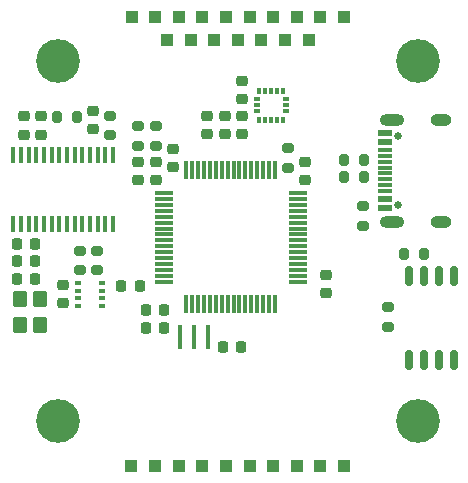
<source format=gbr>
%TF.GenerationSoftware,KiCad,Pcbnew,9.0.4*%
%TF.CreationDate,2026-01-28T15:28:05+01:00*%
%TF.ProjectId,ShiroFPV_Flight_Controller,53686972-6f46-4505-965f-466c69676874,2026-01-27*%
%TF.SameCoordinates,PX7bfa480PYb532b80*%
%TF.FileFunction,Soldermask,Top*%
%TF.FilePolarity,Negative*%
%FSLAX46Y46*%
G04 Gerber Fmt 4.6, Leading zero omitted, Abs format (unit mm)*
G04 Created by KiCad (PCBNEW 9.0.4) date 2026-01-28 15:28:05*
%MOMM*%
%LPD*%
G01*
G04 APERTURE LIST*
G04 Aperture macros list*
%AMRoundRect*
0 Rectangle with rounded corners*
0 $1 Rounding radius*
0 $2 $3 $4 $5 $6 $7 $8 $9 X,Y pos of 4 corners*
0 Add a 4 corners polygon primitive as box body*
4,1,4,$2,$3,$4,$5,$6,$7,$8,$9,$2,$3,0*
0 Add four circle primitives for the rounded corners*
1,1,$1+$1,$2,$3*
1,1,$1+$1,$4,$5*
1,1,$1+$1,$6,$7*
1,1,$1+$1,$8,$9*
0 Add four rect primitives between the rounded corners*
20,1,$1+$1,$2,$3,$4,$5,0*
20,1,$1+$1,$4,$5,$6,$7,0*
20,1,$1+$1,$6,$7,$8,$9,0*
20,1,$1+$1,$8,$9,$2,$3,0*%
G04 Aperture macros list end*
%ADD10RoundRect,0.200000X-0.275000X0.200000X-0.275000X-0.200000X0.275000X-0.200000X0.275000X0.200000X0*%
%ADD11R,1.000000X1.000000*%
%ADD12RoundRect,0.218750X-0.256250X0.218750X-0.256250X-0.218750X0.256250X-0.218750X0.256250X0.218750X0*%
%ADD13RoundRect,0.225000X0.250000X-0.225000X0.250000X0.225000X-0.250000X0.225000X-0.250000X-0.225000X0*%
%ADD14RoundRect,0.225000X-0.250000X0.225000X-0.250000X-0.225000X0.250000X-0.225000X0.250000X0.225000X0*%
%ADD15R,0.355600X1.358900*%
%ADD16RoundRect,0.200000X0.275000X-0.200000X0.275000X0.200000X-0.275000X0.200000X-0.275000X-0.200000X0*%
%ADD17RoundRect,0.225000X0.225000X0.250000X-0.225000X0.250000X-0.225000X-0.250000X0.225000X-0.250000X0*%
%ADD18RoundRect,0.200000X-0.200000X-0.275000X0.200000X-0.275000X0.200000X0.275000X-0.200000X0.275000X0*%
%ADD19R,0.500000X0.350000*%
%ADD20C,0.650000*%
%ADD21R,1.240000X0.600000*%
%ADD22R,1.240000X0.300000*%
%ADD23O,2.100000X1.000000*%
%ADD24O,1.800000X1.000000*%
%ADD25RoundRect,0.200000X0.200000X0.275000X-0.200000X0.275000X-0.200000X-0.275000X0.200000X-0.275000X0*%
%ADD26C,3.700000*%
%ADD27RoundRect,0.250000X0.350000X-0.450000X0.350000X0.450000X-0.350000X0.450000X-0.350000X-0.450000X0*%
%ADD28RoundRect,0.162500X0.162500X-0.650000X0.162500X0.650000X-0.162500X0.650000X-0.162500X-0.650000X0*%
%ADD29RoundRect,0.087500X0.087500X-0.187500X0.087500X0.187500X-0.087500X0.187500X-0.087500X-0.187500X0*%
%ADD30RoundRect,0.087500X0.187500X-0.087500X0.187500X0.087500X-0.187500X0.087500X-0.187500X-0.087500X0*%
%ADD31RoundRect,0.225000X-0.225000X-0.250000X0.225000X-0.250000X0.225000X0.250000X-0.225000X0.250000X0*%
%ADD32RoundRect,0.075000X0.075000X-0.700000X0.075000X0.700000X-0.075000X0.700000X-0.075000X-0.700000X0*%
%ADD33RoundRect,0.075000X0.700000X-0.075000X0.700000X0.075000X-0.700000X0.075000X-0.700000X-0.075000X0*%
%ADD34R,0.406400X2.108200*%
G04 APERTURE END LIST*
D10*
%TO.C,R17*%
X-81463148Y132567500D03*
X-81463148Y130917500D03*
%TD*%
D11*
%TO.C,J46*%
X-59118148Y152367500D03*
%TD*%
D12*
%TO.C,D2*%
X-75068148Y140111250D03*
X-75068148Y138536250D03*
%TD*%
D13*
%TO.C,C3*%
X-67775648Y142415000D03*
X-67775648Y143965000D03*
%TD*%
D11*
%TO.C,J19*%
X-77118148Y114367500D03*
%TD*%
%TO.C,J17*%
X-61118148Y114367500D03*
%TD*%
D14*
%TO.C,C1*%
X-67775648Y146930000D03*
X-67775648Y145380000D03*
%TD*%
D13*
%TO.C,C8*%
X-86248148Y142392500D03*
X-86248148Y143942500D03*
%TD*%
D15*
%TO.C,U10*%
X-87123148Y134840150D03*
X-86473147Y134840150D03*
X-85823148Y134840150D03*
X-85173147Y134840150D03*
X-84523149Y134840150D03*
X-83873147Y134840150D03*
X-83223149Y134840150D03*
X-82573150Y134840150D03*
X-81923149Y134840150D03*
X-81273150Y134840150D03*
X-80623149Y134840150D03*
X-79973150Y134840150D03*
X-79323149Y134840150D03*
X-78673150Y134840150D03*
X-78673148Y140694850D03*
X-79323149Y140694850D03*
X-79973148Y140694850D03*
X-80623149Y140694850D03*
X-81273147Y140694850D03*
X-81923149Y140694850D03*
X-82573147Y140694850D03*
X-83223149Y140694850D03*
X-83873147Y140694850D03*
X-84523149Y140694850D03*
X-85173147Y140694850D03*
X-85823148Y140694850D03*
X-86473147Y140694850D03*
X-87123148Y140694850D03*
%TD*%
D11*
%TO.C,J38*%
X-71113148Y152367500D03*
%TD*%
D13*
%TO.C,C39*%
X-70685648Y142415000D03*
X-70685648Y143965000D03*
%TD*%
D11*
%TO.C,J36*%
X-72113148Y150367500D03*
%TD*%
D16*
%TO.C,R16*%
X-75068148Y141463750D03*
X-75068148Y143113750D03*
%TD*%
D11*
%TO.C,J12*%
X-77108148Y152367500D03*
%TD*%
%TO.C,J18*%
X-75118148Y114367500D03*
%TD*%
D17*
%TO.C,C7*%
X-85243148Y130202500D03*
X-86793148Y130202500D03*
%TD*%
D11*
%TO.C,J31*%
X-63118148Y114367500D03*
%TD*%
D18*
%TO.C,R3*%
X-83403148Y143917500D03*
X-81753148Y143917500D03*
%TD*%
D11*
%TO.C,J15*%
X-65113148Y152367500D03*
%TD*%
D19*
%TO.C,U4*%
X-81678148Y127877500D03*
X-81678148Y128527500D03*
X-81678148Y129177500D03*
X-81678148Y129827500D03*
X-79628148Y129827500D03*
X-79628148Y129177500D03*
X-79628148Y128527500D03*
X-79628148Y127877500D03*
%TD*%
D11*
%TO.C,J24*%
X-61118148Y152367500D03*
%TD*%
D10*
%TO.C,R19*%
X-55378148Y127767500D03*
X-55378148Y126117500D03*
%TD*%
D11*
%TO.C,J25*%
X-69118148Y114367500D03*
%TD*%
%TO.C,J16*%
X-62118148Y150367500D03*
%TD*%
%TO.C,J40*%
X-59123148Y114367500D03*
%TD*%
D17*
%TO.C,C12*%
X-85243348Y131665100D03*
X-86793348Y131665100D03*
%TD*%
%TO.C,C31*%
X-76413148Y129562500D03*
X-77963148Y129562500D03*
%TD*%
D11*
%TO.C,J35*%
X-67113148Y152367500D03*
%TD*%
D20*
%TO.C,P1*%
X-54548148Y136457500D03*
X-54548148Y142237500D03*
D21*
X-55668148Y136147500D03*
X-55668148Y136947500D03*
D22*
X-55668148Y138097500D03*
X-55668148Y139097500D03*
X-55668148Y139597500D03*
X-55668148Y140597500D03*
D21*
X-55668148Y141747500D03*
X-55668148Y142547500D03*
X-55668148Y142547500D03*
X-55668148Y141747500D03*
D22*
X-55668148Y141097500D03*
X-55668148Y140097500D03*
X-55668148Y138597500D03*
X-55668148Y137597500D03*
D21*
X-55668148Y136947500D03*
X-55668148Y136147500D03*
D23*
X-55068148Y135027500D03*
D24*
X-50868148Y135027500D03*
D23*
X-55068148Y143667500D03*
D24*
X-50868148Y143667500D03*
%TD*%
D11*
%TO.C,J30*%
X-73118148Y114367500D03*
%TD*%
D10*
%TO.C,R4*%
X-78920748Y143992300D03*
X-78920748Y142342300D03*
%TD*%
D11*
%TO.C,J13*%
X-64118148Y150367500D03*
%TD*%
D17*
%TO.C,C26*%
X-74363148Y127512500D03*
X-75913148Y127512500D03*
%TD*%
D11*
%TO.C,J33*%
X-74113148Y150367500D03*
%TD*%
%TO.C,J39*%
X-73113148Y152367500D03*
%TD*%
%TO.C,J34*%
X-70118148Y150367500D03*
%TD*%
D16*
%TO.C,R6*%
X-63843148Y139592500D03*
X-63843148Y141242500D03*
%TD*%
D25*
%TO.C,R12*%
X-57448148Y138797500D03*
X-59098148Y138797500D03*
%TD*%
D26*
%TO.C,REF\u002A\u002A*%
X-52863148Y148617500D03*
%TD*%
%TO.C,REF\u002A\u002A*%
X-52863148Y118117500D03*
%TD*%
D14*
%TO.C,C6*%
X-69230648Y143965000D03*
X-69230648Y142415000D03*
%TD*%
D13*
%TO.C,C23*%
X-62383148Y138552500D03*
X-62383148Y140102500D03*
%TD*%
%TO.C,C27*%
X-73603148Y139647500D03*
X-73603148Y141197500D03*
%TD*%
D25*
%TO.C,R20*%
X-52388148Y132247500D03*
X-54038148Y132247500D03*
%TD*%
D10*
%TO.C,R29*%
X-80003148Y132567500D03*
X-80003148Y130917500D03*
%TD*%
D17*
%TO.C,C28*%
X-74363148Y126052500D03*
X-75913148Y126052500D03*
%TD*%
D16*
%TO.C,R14*%
X-57523148Y134682500D03*
X-57523148Y136332500D03*
%TD*%
%TO.C,R15*%
X-76523148Y141463750D03*
X-76523148Y143113750D03*
%TD*%
D12*
%TO.C,D3*%
X-76523148Y140111250D03*
X-76523148Y138536250D03*
%TD*%
D14*
%TO.C,C25*%
X-60628148Y130512500D03*
X-60628148Y128962500D03*
%TD*%
D27*
%TO.C,Y2*%
X-84828148Y126272500D03*
X-84828148Y128472500D03*
X-86528148Y128472500D03*
X-86528148Y126272500D03*
%TD*%
D28*
%TO.C,U8*%
X-53658148Y123280000D03*
X-52388148Y123280000D03*
X-51118148Y123280000D03*
X-49848148Y123280000D03*
X-49848148Y130455000D03*
X-51118148Y130455000D03*
X-52388148Y130455000D03*
X-53658148Y130455000D03*
%TD*%
D29*
%TO.C,U3*%
X-66293148Y143657500D03*
X-65793148Y143657500D03*
X-65293148Y143657500D03*
X-64793148Y143657500D03*
X-64293148Y143657500D03*
D30*
X-64068148Y144382500D03*
X-64068148Y144882500D03*
X-64068148Y145382500D03*
D29*
X-64293148Y146107500D03*
X-64793148Y146107500D03*
X-65293148Y146107500D03*
X-65793148Y146107500D03*
X-66293148Y146107500D03*
D30*
X-66518148Y145382500D03*
X-66518148Y144882500D03*
X-66518148Y144382500D03*
%TD*%
D11*
%TO.C,J20*%
X-71118148Y114367500D03*
%TD*%
D31*
%TO.C,C13*%
X-86793148Y133127500D03*
X-85243148Y133127500D03*
%TD*%
D32*
%TO.C,U1*%
X-72473148Y128012500D03*
X-71973148Y128012500D03*
X-71473148Y128012500D03*
X-70973148Y128012500D03*
X-70473148Y128012500D03*
X-69973148Y128012500D03*
X-69473148Y128012500D03*
X-68973148Y128012500D03*
X-68473148Y128012500D03*
X-67973148Y128012500D03*
X-67473148Y128012500D03*
X-66973148Y128012500D03*
X-66473148Y128012500D03*
X-65973148Y128012500D03*
X-65473148Y128012500D03*
X-64973148Y128012500D03*
D33*
X-63048148Y129937500D03*
X-63048148Y130437500D03*
X-63048148Y130937500D03*
X-63048148Y131437500D03*
X-63048148Y131937500D03*
X-63048148Y132437500D03*
X-63048148Y132937500D03*
X-63048148Y133437500D03*
X-63048148Y133937500D03*
X-63048148Y134437500D03*
X-63048148Y134937500D03*
X-63048148Y135437500D03*
X-63048148Y135937500D03*
X-63048148Y136437500D03*
X-63048148Y136937500D03*
X-63048148Y137437500D03*
D32*
X-64973148Y139362500D03*
X-65473148Y139362500D03*
X-65973148Y139362500D03*
X-66473148Y139362500D03*
X-66973148Y139362500D03*
X-67473148Y139362500D03*
X-67973148Y139362500D03*
X-68473148Y139362500D03*
X-68973148Y139362500D03*
X-69473148Y139362500D03*
X-69973148Y139362500D03*
X-70473148Y139362500D03*
X-70973148Y139362500D03*
X-71473148Y139362500D03*
X-71973148Y139362500D03*
X-72473148Y139362500D03*
D33*
X-74398148Y137437500D03*
X-74398148Y136937500D03*
X-74398148Y136437500D03*
X-74398148Y135937500D03*
X-74398148Y135437500D03*
X-74398148Y134937500D03*
X-74398148Y134437500D03*
X-74398148Y133937500D03*
X-74398148Y133437500D03*
X-74398148Y132937500D03*
X-74398148Y132437500D03*
X-74398148Y131937500D03*
X-74398148Y131437500D03*
X-74398148Y130937500D03*
X-74398148Y130437500D03*
X-74398148Y129937500D03*
%TD*%
D34*
%TO.C,C32*%
X-70613148Y125247500D03*
X-71813148Y125247500D03*
X-73013148Y125247500D03*
%TD*%
D11*
%TO.C,J42*%
X-66118148Y150367500D03*
%TD*%
%TO.C,J14*%
X-63118148Y152367500D03*
%TD*%
D25*
%TO.C,R13*%
X-57448148Y140257500D03*
X-59098148Y140257500D03*
%TD*%
D11*
%TO.C,J32*%
X-65118148Y114367500D03*
%TD*%
%TO.C,J11*%
X-75108148Y152367500D03*
%TD*%
D13*
%TO.C,C11*%
X-80373148Y142832500D03*
X-80373148Y144382500D03*
%TD*%
D11*
%TO.C,J37*%
X-69113148Y152367500D03*
%TD*%
D26*
%TO.C,REF\u002A\u002A*%
X-83363148Y118117500D03*
%TD*%
%TO.C,REF\u002A\u002A*%
X-83363148Y148617500D03*
%TD*%
D11*
%TO.C,J29*%
X-67118148Y114367500D03*
%TD*%
%TO.C,J26*%
X-68113148Y150367500D03*
%TD*%
D13*
%TO.C,C9*%
X-84788148Y142392500D03*
X-84788148Y143942500D03*
%TD*%
D14*
%TO.C,C10*%
X-82923148Y129692500D03*
X-82923148Y128142500D03*
%TD*%
D17*
%TO.C,C29*%
X-67838148Y124407500D03*
X-69388148Y124407500D03*
%TD*%
M02*

</source>
